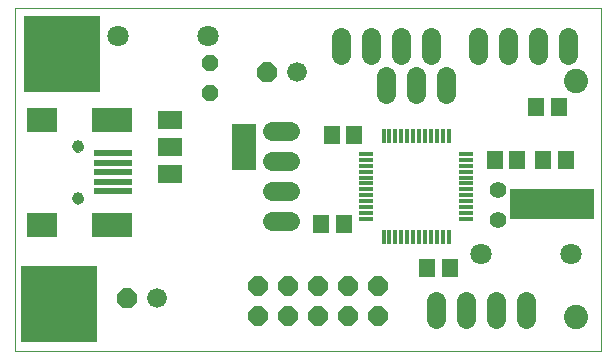
<source format=gts>
G75*
%MOIN*%
%OFA0B0*%
%FSLAX24Y24*%
%IPPOS*%
%LPD*%
%AMOC8*
5,1,8,0,0,1.08239X$1,22.5*
%
%ADD10C,0.0000*%
%ADD11R,0.2830X0.1010*%
%ADD12R,0.0512X0.0158*%
%ADD13R,0.0158X0.0512*%
%ADD14C,0.0560*%
%ADD15R,0.0827X0.0631*%
%ADD16R,0.0827X0.1536*%
%ADD17R,0.1024X0.0827*%
%ADD18R,0.1339X0.0827*%
%ADD19R,0.1260X0.0237*%
%ADD20C,0.0394*%
%ADD21OC8,0.0640*%
%ADD22C,0.0640*%
%ADD23OC8,0.0560*%
%ADD24R,0.0552X0.0631*%
%ADD25OC8,0.0660*%
%ADD26C,0.0660*%
%ADD27C,0.0709*%
%ADD28C,0.0808*%
%ADD29R,0.2580X0.2580*%
D10*
X000352Y000270D02*
X000352Y011716D01*
X019882Y011716D01*
X019882Y000270D01*
X000352Y000270D01*
X002275Y005374D02*
X002277Y005400D01*
X002283Y005426D01*
X002293Y005451D01*
X002306Y005474D01*
X002322Y005494D01*
X002342Y005512D01*
X002364Y005527D01*
X002387Y005539D01*
X002413Y005547D01*
X002439Y005551D01*
X002465Y005551D01*
X002491Y005547D01*
X002517Y005539D01*
X002541Y005527D01*
X002562Y005512D01*
X002582Y005494D01*
X002598Y005474D01*
X002611Y005451D01*
X002621Y005426D01*
X002627Y005400D01*
X002629Y005374D01*
X002627Y005348D01*
X002621Y005322D01*
X002611Y005297D01*
X002598Y005274D01*
X002582Y005254D01*
X002562Y005236D01*
X002540Y005221D01*
X002517Y005209D01*
X002491Y005201D01*
X002465Y005197D01*
X002439Y005197D01*
X002413Y005201D01*
X002387Y005209D01*
X002363Y005221D01*
X002342Y005236D01*
X002322Y005254D01*
X002306Y005274D01*
X002293Y005297D01*
X002283Y005322D01*
X002277Y005348D01*
X002275Y005374D01*
X002275Y007106D02*
X002277Y007132D01*
X002283Y007158D01*
X002293Y007183D01*
X002306Y007206D01*
X002322Y007226D01*
X002342Y007244D01*
X002364Y007259D01*
X002387Y007271D01*
X002413Y007279D01*
X002439Y007283D01*
X002465Y007283D01*
X002491Y007279D01*
X002517Y007271D01*
X002541Y007259D01*
X002562Y007244D01*
X002582Y007226D01*
X002598Y007206D01*
X002611Y007183D01*
X002621Y007158D01*
X002627Y007132D01*
X002629Y007106D01*
X002627Y007080D01*
X002621Y007054D01*
X002611Y007029D01*
X002598Y007006D01*
X002582Y006986D01*
X002562Y006968D01*
X002540Y006953D01*
X002517Y006941D01*
X002491Y006933D01*
X002465Y006929D01*
X002439Y006929D01*
X002413Y006933D01*
X002387Y006941D01*
X002363Y006953D01*
X002342Y006968D01*
X002322Y006986D01*
X002306Y007006D01*
X002293Y007029D01*
X002283Y007054D01*
X002277Y007080D01*
X002275Y007106D01*
D11*
X018247Y005175D03*
D12*
X015405Y005081D03*
X015405Y004884D03*
X015405Y004687D03*
X015405Y005278D03*
X015405Y005475D03*
X015405Y005672D03*
X015405Y005868D03*
X015405Y006065D03*
X015405Y006262D03*
X015405Y006459D03*
X015405Y006656D03*
X015405Y006853D03*
X012059Y006853D03*
X012059Y006656D03*
X012059Y006459D03*
X012059Y006262D03*
X012059Y006065D03*
X012059Y005868D03*
X012059Y005672D03*
X012059Y005475D03*
X012059Y005278D03*
X012059Y005081D03*
X012059Y004884D03*
X012059Y004687D03*
D13*
X012649Y004097D03*
X012846Y004097D03*
X013043Y004097D03*
X013240Y004097D03*
X013437Y004097D03*
X013633Y004097D03*
X013830Y004097D03*
X014027Y004097D03*
X014224Y004097D03*
X014421Y004097D03*
X014618Y004097D03*
X014814Y004097D03*
X014814Y007443D03*
X014618Y007443D03*
X014421Y007443D03*
X014224Y007443D03*
X014027Y007443D03*
X013830Y007443D03*
X013633Y007443D03*
X013437Y007443D03*
X013240Y007443D03*
X013043Y007443D03*
X012846Y007443D03*
X012649Y007443D03*
D14*
X016472Y005660D03*
X016472Y004660D03*
D15*
X005532Y006174D03*
X005532Y007080D03*
X005532Y007986D03*
D16*
X008012Y007080D03*
D17*
X001271Y007992D03*
X001271Y004488D03*
D18*
X003594Y004488D03*
X003594Y007992D03*
D19*
X003633Y006870D03*
X003633Y006555D03*
X003633Y006240D03*
X003633Y005925D03*
X003633Y005610D03*
D20*
X002452Y005374D03*
X002452Y007106D03*
D21*
X008467Y002450D03*
X009467Y002450D03*
X010467Y002450D03*
X011467Y002450D03*
X012467Y002450D03*
X012467Y001450D03*
X011467Y001450D03*
X010467Y001450D03*
X009467Y001450D03*
X008467Y001450D03*
D22*
X014392Y001350D02*
X014392Y001950D01*
X015392Y001950D02*
X015392Y001350D01*
X016392Y001350D02*
X016392Y001950D01*
X017392Y001950D02*
X017392Y001350D01*
X009532Y004630D02*
X008932Y004630D01*
X008932Y005630D02*
X009532Y005630D01*
X009532Y006630D02*
X008932Y006630D01*
X008932Y007630D02*
X009532Y007630D01*
X012722Y008840D02*
X012722Y009440D01*
X013722Y009440D02*
X013722Y008840D01*
X014722Y008840D02*
X014722Y009440D01*
X014232Y010150D02*
X014232Y010750D01*
X013232Y010750D02*
X013232Y010150D01*
X012232Y010150D02*
X012232Y010750D01*
X011232Y010750D02*
X011232Y010150D01*
X015812Y010150D02*
X015812Y010750D01*
X016812Y010750D02*
X016812Y010150D01*
X017812Y010150D02*
X017812Y010750D01*
X018812Y010750D02*
X018812Y010150D01*
D23*
X006872Y009890D03*
X006872Y008890D03*
D24*
X010928Y007470D03*
X011676Y007470D03*
X016348Y006650D03*
X017096Y006650D03*
X017968Y006650D03*
X018716Y006650D03*
X018486Y008410D03*
X017738Y008410D03*
X011326Y004530D03*
X010578Y004530D03*
X014108Y003050D03*
X014856Y003050D03*
D25*
X004082Y002060D03*
X008752Y009600D03*
D26*
X009752Y009600D03*
X005082Y002060D03*
D27*
X015882Y003520D03*
X018882Y003520D03*
X006802Y010780D03*
X003802Y010780D03*
D28*
X019062Y009289D03*
X019062Y001415D03*
D29*
X001832Y001840D03*
X001922Y010200D03*
M02*

</source>
